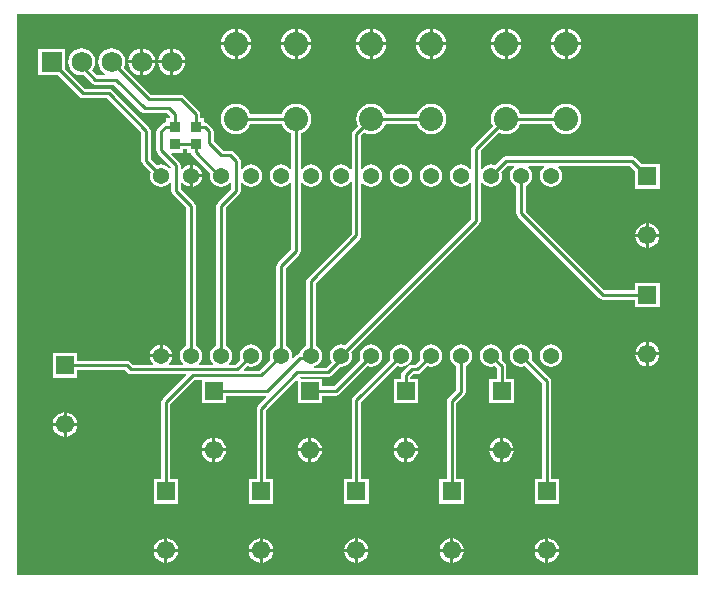
<source format=gtl>
G04*
G04 #@! TF.GenerationSoftware,Altium Limited,Altium Designer,23.6.0 (18)*
G04*
G04 Layer_Physical_Order=1*
G04 Layer_Color=255*
%FSAX24Y24*%
%MOIN*%
G70*
G04*
G04 #@! TF.SameCoordinates,E551B0BA-23AD-4420-B302-DDD5F3B2D540*
G04*
G04*
G04 #@! TF.FilePolarity,Positive*
G04*
G01*
G75*
%ADD12C,0.0100*%
%ADD14R,0.0374X0.0374*%
%ADD23C,0.0691*%
%ADD24R,0.0691X0.0691*%
%ADD25C,0.0800*%
%ADD26C,0.3500*%
%ADD27C,0.0610*%
%ADD28R,0.0610X0.0610*%
%ADD29C,0.0540*%
%ADD30C,0.0320*%
G36*
X224554Y109700D02*
X201854D01*
Y128400D01*
X224554D01*
Y109700D01*
D02*
G37*
%LPC*%
G36*
X220204Y127898D02*
Y127450D01*
X220652D01*
X220642Y127531D01*
X220591Y127652D01*
X220511Y127757D01*
X220407Y127837D01*
X220285Y127887D01*
X220204Y127898D01*
D02*
G37*
G36*
X218204D02*
Y127450D01*
X218652D01*
X218642Y127531D01*
X218591Y127652D01*
X218511Y127757D01*
X218407Y127837D01*
X218285Y127887D01*
X218204Y127898D01*
D02*
G37*
G36*
X215704D02*
Y127450D01*
X216152D01*
X216142Y127531D01*
X216091Y127652D01*
X216011Y127757D01*
X215907Y127837D01*
X215785Y127887D01*
X215704Y127898D01*
D02*
G37*
G36*
X213704D02*
Y127450D01*
X214152D01*
X214142Y127531D01*
X214091Y127652D01*
X214011Y127757D01*
X213907Y127837D01*
X213785Y127887D01*
X213704Y127898D01*
D02*
G37*
G36*
X211204D02*
Y127450D01*
X211652D01*
X211642Y127531D01*
X211591Y127652D01*
X211511Y127757D01*
X211407Y127837D01*
X211285Y127887D01*
X211204Y127898D01*
D02*
G37*
G36*
X209204D02*
Y127450D01*
X209652D01*
X209642Y127531D01*
X209591Y127652D01*
X209511Y127757D01*
X209407Y127837D01*
X209285Y127887D01*
X209204Y127898D01*
D02*
G37*
G36*
X220104Y127898D02*
X220024Y127887D01*
X219902Y127837D01*
X219798Y127757D01*
X219718Y127652D01*
X219667Y127531D01*
X219657Y127450D01*
X220104D01*
Y127898D01*
D02*
G37*
G36*
X218104D02*
X218024Y127887D01*
X217902Y127837D01*
X217798Y127757D01*
X217718Y127652D01*
X217667Y127531D01*
X217657Y127450D01*
X218104D01*
Y127898D01*
D02*
G37*
G36*
X215604D02*
X215524Y127887D01*
X215402Y127837D01*
X215298Y127757D01*
X215218Y127652D01*
X215167Y127531D01*
X215157Y127450D01*
X215604D01*
Y127898D01*
D02*
G37*
G36*
X213604D02*
X213524Y127887D01*
X213402Y127837D01*
X213298Y127757D01*
X213218Y127652D01*
X213167Y127531D01*
X213157Y127450D01*
X213604D01*
Y127898D01*
D02*
G37*
G36*
X211104D02*
X211024Y127887D01*
X210902Y127837D01*
X210798Y127757D01*
X210718Y127652D01*
X210667Y127531D01*
X210657Y127450D01*
X211104D01*
Y127898D01*
D02*
G37*
G36*
X209104D02*
X209024Y127887D01*
X208902Y127837D01*
X208798Y127757D01*
X208718Y127652D01*
X208667Y127531D01*
X208657Y127450D01*
X209104D01*
Y127898D01*
D02*
G37*
G36*
X220104Y127350D02*
X219657D01*
X219667Y127269D01*
X219718Y127148D01*
X219798Y127043D01*
X219902Y126963D01*
X220024Y126913D01*
X220104Y126902D01*
Y127350D01*
D02*
G37*
G36*
X218104D02*
X217657D01*
X217667Y127269D01*
X217718Y127148D01*
X217798Y127043D01*
X217902Y126963D01*
X218024Y126913D01*
X218104Y126902D01*
Y127350D01*
D02*
G37*
G36*
X215604D02*
X215157D01*
X215167Y127269D01*
X215218Y127148D01*
X215298Y127043D01*
X215402Y126963D01*
X215524Y126913D01*
X215604Y126902D01*
Y127350D01*
D02*
G37*
G36*
X213604D02*
X213157D01*
X213167Y127269D01*
X213218Y127148D01*
X213298Y127043D01*
X213402Y126963D01*
X213524Y126913D01*
X213604Y126902D01*
Y127350D01*
D02*
G37*
G36*
X211104D02*
X210657D01*
X210667Y127269D01*
X210718Y127148D01*
X210798Y127043D01*
X210902Y126963D01*
X211024Y126913D01*
X211104Y126902D01*
Y127350D01*
D02*
G37*
G36*
X209104D02*
X208657D01*
X208667Y127269D01*
X208718Y127148D01*
X208798Y127043D01*
X208902Y126963D01*
X209024Y126913D01*
X209104Y126902D01*
Y127350D01*
D02*
G37*
G36*
X220652D02*
X220204D01*
Y126902D01*
X220285Y126913D01*
X220407Y126963D01*
X220511Y127043D01*
X220591Y127148D01*
X220642Y127269D01*
X220652Y127350D01*
D02*
G37*
G36*
X218652D02*
X218204D01*
Y126902D01*
X218285Y126913D01*
X218407Y126963D01*
X218511Y127043D01*
X218591Y127148D01*
X218642Y127269D01*
X218652Y127350D01*
D02*
G37*
G36*
X216152D02*
X215704D01*
Y126902D01*
X215785Y126913D01*
X215907Y126963D01*
X216011Y127043D01*
X216091Y127148D01*
X216142Y127269D01*
X216152Y127350D01*
D02*
G37*
G36*
X214152D02*
X213704D01*
Y126902D01*
X213785Y126913D01*
X213907Y126963D01*
X214011Y127043D01*
X214091Y127148D01*
X214142Y127269D01*
X214152Y127350D01*
D02*
G37*
G36*
X211652D02*
X211204D01*
Y126902D01*
X211285Y126913D01*
X211407Y126963D01*
X211511Y127043D01*
X211591Y127148D01*
X211642Y127269D01*
X211652Y127350D01*
D02*
G37*
G36*
X209652D02*
X209204D01*
Y126902D01*
X209285Y126913D01*
X209407Y126963D01*
X209511Y127043D01*
X209591Y127148D01*
X209642Y127269D01*
X209652Y127350D01*
D02*
G37*
G36*
X207054Y127243D02*
Y126850D01*
X207447D01*
X207438Y126916D01*
X207394Y127025D01*
X207322Y127118D01*
X207229Y127189D01*
X207121Y127234D01*
X207054Y127243D01*
D02*
G37*
G36*
X206054Y127243D02*
Y126850D01*
X206447D01*
X206438Y126916D01*
X206394Y127025D01*
X206322Y127118D01*
X206229Y127189D01*
X206121Y127234D01*
X206054Y127243D01*
D02*
G37*
G36*
X205954Y127243D02*
X205888Y127234D01*
X205780Y127189D01*
X205687Y127118D01*
X205615Y127025D01*
X205570Y126916D01*
X205562Y126850D01*
X205954D01*
Y127243D01*
D02*
G37*
G36*
X206954D02*
X206888Y127234D01*
X206780Y127189D01*
X206687Y127118D01*
X206615Y127025D01*
X206570Y126916D01*
X206562Y126850D01*
X206954D01*
Y127243D01*
D02*
G37*
G36*
X205954Y126750D02*
X205562D01*
X205570Y126684D01*
X205615Y126575D01*
X205687Y126482D01*
X205780Y126411D01*
X205888Y126366D01*
X205954Y126357D01*
Y126750D01*
D02*
G37*
G36*
X206954D02*
X206562D01*
X206570Y126684D01*
X206615Y126575D01*
X206687Y126482D01*
X206780Y126411D01*
X206888Y126366D01*
X206954Y126357D01*
Y126750D01*
D02*
G37*
G36*
X207447D02*
X207054D01*
Y126357D01*
X207121Y126366D01*
X207229Y126411D01*
X207322Y126482D01*
X207394Y126575D01*
X207438Y126684D01*
X207447Y126750D01*
D02*
G37*
G36*
X206447D02*
X206054D01*
Y126357D01*
X206121Y126366D01*
X206229Y126411D01*
X206322Y126482D01*
X206394Y126575D01*
X206438Y126684D01*
X206447Y126750D01*
D02*
G37*
G36*
X205004Y127249D02*
X204888Y127234D01*
X204780Y127189D01*
X204687Y127118D01*
X204615Y127025D01*
X204570Y126916D01*
X204555Y126800D01*
X204570Y126684D01*
X204615Y126575D01*
X204687Y126482D01*
X204780Y126411D01*
X204799Y126403D01*
X204789Y126353D01*
X204518D01*
X204351Y126520D01*
X204394Y126575D01*
X204438Y126684D01*
X204454Y126800D01*
X204438Y126916D01*
X204394Y127025D01*
X204322Y127118D01*
X204229Y127189D01*
X204121Y127234D01*
X204004Y127249D01*
X203888Y127234D01*
X203780Y127189D01*
X203687Y127118D01*
X203615Y127025D01*
X203570Y126916D01*
X203555Y126800D01*
X203570Y126684D01*
X203615Y126575D01*
X203687Y126482D01*
X203780Y126411D01*
X203888Y126366D01*
X204004Y126351D01*
X204078Y126360D01*
X204346Y126092D01*
X204396Y126059D01*
X204454Y126047D01*
X205091D01*
X205996Y125142D01*
X206046Y125109D01*
X206104Y125097D01*
X206841D01*
X206951Y124987D01*
Y124922D01*
X206817D01*
Y124788D01*
X206804D01*
X206746Y124777D01*
X206696Y124744D01*
X206546Y124594D01*
X206513Y124544D01*
X206501Y124485D01*
Y123850D01*
X206513Y123791D01*
X206546Y123742D01*
X206994Y123294D01*
X206990Y123263D01*
X206937Y123249D01*
X206918Y123274D01*
X206841Y123333D01*
X206751Y123370D01*
X206654Y123383D01*
X206558Y123370D01*
X206524Y123357D01*
X206307Y123573D01*
Y124500D01*
X206296Y124559D01*
X206263Y124608D01*
X205013Y125858D01*
X204963Y125891D01*
X204904Y125903D01*
X204118D01*
X203450Y126571D01*
Y127245D01*
X202559D01*
Y126355D01*
X203234D01*
X203946Y125642D01*
X203996Y125609D01*
X204054Y125597D01*
X204841D01*
X206001Y124437D01*
Y123510D01*
X206013Y123451D01*
X206046Y123402D01*
X206308Y123140D01*
X206294Y123107D01*
X206281Y123010D01*
X206294Y122913D01*
X206331Y122823D01*
X206391Y122746D01*
X206468Y122687D01*
X206558Y122650D01*
X206654Y122637D01*
X206751Y122650D01*
X206841Y122687D01*
X206918Y122746D01*
X206951Y122789D01*
X207001Y122772D01*
Y122500D01*
X207013Y122441D01*
X207046Y122392D01*
X207501Y121937D01*
Y117347D01*
X207468Y117333D01*
X207391Y117274D01*
X207331Y117197D01*
X207294Y117107D01*
X207281Y117010D01*
X207294Y116913D01*
X207331Y116823D01*
X207385Y116753D01*
X207373Y116703D01*
X206936D01*
X206924Y116753D01*
X206978Y116823D01*
X207015Y116913D01*
X207021Y116960D01*
X206288D01*
X206294Y116913D01*
X206331Y116823D01*
X206385Y116753D01*
X206373Y116703D01*
X205718D01*
X205628Y116792D01*
X205579Y116826D01*
X205520Y116837D01*
X203860D01*
Y117089D01*
X203049D01*
Y116279D01*
X203860D01*
Y116531D01*
X205457D01*
X205546Y116442D01*
X205596Y116409D01*
X205654Y116397D01*
X207470D01*
X207489Y116351D01*
X206707Y115569D01*
X206674Y115519D01*
X206662Y115461D01*
Y112889D01*
X206410D01*
Y112079D01*
X207220D01*
Y112889D01*
X206968D01*
Y115397D01*
X207768Y116197D01*
X208010D01*
Y115429D01*
X208820D01*
Y115681D01*
X210145D01*
X210166Y115631D01*
X209882Y115347D01*
X209849Y115298D01*
X209837Y115239D01*
Y112889D01*
X209585D01*
Y112079D01*
X210395D01*
Y112889D01*
X210143D01*
Y115176D01*
X211160Y116193D01*
X211206Y116174D01*
Y115429D01*
X212017D01*
Y115681D01*
X212479D01*
X212537Y115693D01*
X212587Y115726D01*
X213524Y116663D01*
X213558Y116650D01*
X213654Y116637D01*
X213751Y116650D01*
X213841Y116687D01*
X213918Y116746D01*
X213978Y116823D01*
X214015Y116913D01*
X214028Y117010D01*
X214015Y117107D01*
X213978Y117197D01*
X213918Y117274D01*
X213841Y117333D01*
X213751Y117370D01*
X213654Y117383D01*
X213558Y117370D01*
X213468Y117333D01*
X213391Y117274D01*
X213331Y117197D01*
X213294Y117107D01*
X213281Y117010D01*
X213294Y116913D01*
X213308Y116880D01*
X212415Y115987D01*
X212017D01*
Y116239D01*
X211324D01*
X211297Y116289D01*
X211302Y116297D01*
X212204D01*
X212263Y116309D01*
X212313Y116342D01*
X212613Y116642D01*
X212654Y116637D01*
X212751Y116650D01*
X212841Y116687D01*
X212918Y116746D01*
X212978Y116823D01*
X213015Y116913D01*
X213028Y117010D01*
X213015Y117107D01*
X213001Y117140D01*
X217263Y121402D01*
X217296Y121451D01*
X217307Y121510D01*
Y122772D01*
X217357Y122789D01*
X217391Y122746D01*
X217468Y122687D01*
X217558Y122650D01*
X217654Y122637D01*
X217751Y122650D01*
X217841Y122687D01*
X217918Y122746D01*
X217978Y122823D01*
X218015Y122913D01*
X218028Y123010D01*
X218015Y123107D01*
X218001Y123140D01*
X218208Y123347D01*
X218404D01*
X218421Y123297D01*
X218391Y123274D01*
X218331Y123197D01*
X218294Y123107D01*
X218281Y123010D01*
X218294Y122913D01*
X218331Y122823D01*
X218391Y122746D01*
X218468Y122687D01*
X218501Y122673D01*
Y121750D01*
X218513Y121691D01*
X218546Y121642D01*
X221262Y118926D01*
X221312Y118893D01*
X221370Y118881D01*
X222460D01*
Y118629D01*
X223270D01*
Y119439D01*
X222460D01*
Y119187D01*
X221434D01*
X218807Y121813D01*
Y122673D01*
X218841Y122687D01*
X218918Y122746D01*
X218978Y122823D01*
X219015Y122913D01*
X219028Y123010D01*
X219015Y123107D01*
X218978Y123197D01*
X218918Y123274D01*
X218888Y123297D01*
X218905Y123347D01*
X219404D01*
X219421Y123297D01*
X219391Y123274D01*
X219331Y123197D01*
X219294Y123107D01*
X219281Y123010D01*
X219294Y122913D01*
X219331Y122823D01*
X219391Y122746D01*
X219468Y122687D01*
X219558Y122650D01*
X219654Y122637D01*
X219751Y122650D01*
X219841Y122687D01*
X219918Y122746D01*
X219978Y122823D01*
X220015Y122913D01*
X220028Y123010D01*
X220015Y123107D01*
X219978Y123197D01*
X219918Y123274D01*
X219888Y123297D01*
X219905Y123347D01*
X222286D01*
X222460Y123173D01*
Y122579D01*
X223270D01*
Y123389D01*
X222676D01*
X222457Y123608D01*
X222408Y123641D01*
X222349Y123653D01*
X218144D01*
X218086Y123641D01*
X218036Y123608D01*
X217785Y123357D01*
X217751Y123370D01*
X217654Y123383D01*
X217558Y123370D01*
X217468Y123333D01*
X217391Y123274D01*
X217357Y123231D01*
X217307Y123248D01*
Y123837D01*
X217925Y124454D01*
X218024Y124413D01*
X218154Y124396D01*
X218285Y124413D01*
X218407Y124463D01*
X218511Y124543D01*
X218591Y124648D01*
X218632Y124747D01*
X219677D01*
X219718Y124648D01*
X219798Y124543D01*
X219902Y124463D01*
X220024Y124413D01*
X220154Y124396D01*
X220285Y124413D01*
X220407Y124463D01*
X220511Y124543D01*
X220591Y124648D01*
X220642Y124769D01*
X220659Y124900D01*
X220642Y125031D01*
X220591Y125152D01*
X220511Y125257D01*
X220407Y125337D01*
X220285Y125387D01*
X220154Y125404D01*
X220024Y125387D01*
X219902Y125337D01*
X219798Y125257D01*
X219718Y125152D01*
X219677Y125053D01*
X218632D01*
X218591Y125152D01*
X218511Y125257D01*
X218407Y125337D01*
X218285Y125387D01*
X218154Y125404D01*
X218024Y125387D01*
X217902Y125337D01*
X217798Y125257D01*
X217718Y125152D01*
X217667Y125031D01*
X217650Y124900D01*
X217667Y124769D01*
X217708Y124670D01*
X217046Y124008D01*
X217013Y123959D01*
X217001Y123900D01*
Y123248D01*
X216951Y123231D01*
X216918Y123274D01*
X216841Y123333D01*
X216751Y123370D01*
X216654Y123383D01*
X216558Y123370D01*
X216468Y123333D01*
X216391Y123274D01*
X216331Y123197D01*
X216294Y123107D01*
X216281Y123010D01*
X216294Y122913D01*
X216331Y122823D01*
X216391Y122746D01*
X216468Y122687D01*
X216558Y122650D01*
X216654Y122637D01*
X216751Y122650D01*
X216841Y122687D01*
X216918Y122746D01*
X216951Y122789D01*
X217001Y122772D01*
Y121573D01*
X212785Y117357D01*
X212751Y117370D01*
X212654Y117383D01*
X212558Y117370D01*
X212468Y117333D01*
X212391Y117274D01*
X212331Y117197D01*
X212294Y117107D01*
X212281Y117010D01*
X212294Y116913D01*
X212331Y116823D01*
X212344Y116806D01*
X212141Y116603D01*
X211763D01*
X211751Y116650D01*
X211841Y116687D01*
X211918Y116746D01*
X211978Y116823D01*
X212015Y116913D01*
X212028Y117010D01*
X212015Y117107D01*
X211978Y117197D01*
X211918Y117274D01*
X211841Y117333D01*
X211807Y117347D01*
Y119442D01*
X213273Y120908D01*
X213306Y120957D01*
X213318Y121016D01*
Y122759D01*
X213368Y122775D01*
X213391Y122746D01*
X213468Y122687D01*
X213558Y122650D01*
X213654Y122637D01*
X213751Y122650D01*
X213841Y122687D01*
X213918Y122746D01*
X213978Y122823D01*
X214015Y122913D01*
X214028Y123010D01*
X214015Y123107D01*
X213978Y123197D01*
X213918Y123274D01*
X213841Y123333D01*
X213751Y123370D01*
X213654Y123383D01*
X213558Y123370D01*
X213468Y123333D01*
X213391Y123274D01*
X213368Y123245D01*
X213318Y123261D01*
Y124337D01*
X213435Y124454D01*
X213535Y124413D01*
X213665Y124396D01*
X213796Y124413D01*
X213917Y124463D01*
X214022Y124543D01*
X214102Y124648D01*
X214143Y124747D01*
X215187D01*
X215228Y124648D01*
X215308Y124543D01*
X215413Y124463D01*
X215535Y124413D01*
X215665Y124396D01*
X215796Y124413D01*
X215917Y124463D01*
X216022Y124543D01*
X216102Y124648D01*
X216152Y124769D01*
X216169Y124900D01*
X216152Y125031D01*
X216102Y125152D01*
X216022Y125257D01*
X215917Y125337D01*
X215796Y125387D01*
X215665Y125404D01*
X215535Y125387D01*
X215413Y125337D01*
X215308Y125257D01*
X215228Y125152D01*
X215187Y125053D01*
X214143D01*
X214102Y125152D01*
X214022Y125257D01*
X213917Y125337D01*
X213796Y125387D01*
X213665Y125404D01*
X213535Y125387D01*
X213413Y125337D01*
X213308Y125257D01*
X213228Y125152D01*
X213178Y125031D01*
X213161Y124900D01*
X213178Y124769D01*
X213219Y124670D01*
X213057Y124508D01*
X213024Y124459D01*
X213012Y124400D01*
Y123234D01*
X212962Y123217D01*
X212918Y123274D01*
X212841Y123333D01*
X212751Y123370D01*
X212654Y123383D01*
X212558Y123370D01*
X212468Y123333D01*
X212391Y123274D01*
X212331Y123197D01*
X212294Y123107D01*
X212281Y123010D01*
X212294Y122913D01*
X212331Y122823D01*
X212391Y122746D01*
X212468Y122687D01*
X212558Y122650D01*
X212654Y122637D01*
X212751Y122650D01*
X212841Y122687D01*
X212918Y122746D01*
X212962Y122803D01*
X213012Y122786D01*
Y121079D01*
X211546Y119613D01*
X211513Y119564D01*
X211501Y119505D01*
Y117347D01*
X211468Y117333D01*
X211391Y117274D01*
X211331Y117197D01*
X211294Y117107D01*
X211291Y117086D01*
X211287D01*
X211229Y117074D01*
X211179Y117041D01*
X211067Y116929D01*
X211020Y116953D01*
X211028Y117010D01*
X211015Y117107D01*
X210978Y117197D01*
X210918Y117274D01*
X210841Y117333D01*
X210807Y117347D01*
Y119926D01*
X211263Y120381D01*
X211296Y120431D01*
X211307Y120490D01*
Y122772D01*
X211357Y122789D01*
X211391Y122746D01*
X211468Y122687D01*
X211558Y122650D01*
X211654Y122637D01*
X211751Y122650D01*
X211841Y122687D01*
X211918Y122746D01*
X211978Y122823D01*
X212015Y122913D01*
X212028Y123010D01*
X212015Y123107D01*
X211978Y123197D01*
X211918Y123274D01*
X211841Y123333D01*
X211751Y123370D01*
X211654Y123383D01*
X211558Y123370D01*
X211468Y123333D01*
X211391Y123274D01*
X211357Y123231D01*
X211307Y123248D01*
Y124422D01*
X211407Y124463D01*
X211511Y124543D01*
X211591Y124648D01*
X211642Y124769D01*
X211659Y124900D01*
X211642Y125031D01*
X211591Y125152D01*
X211511Y125257D01*
X211407Y125337D01*
X211285Y125387D01*
X211154Y125404D01*
X211024Y125387D01*
X210902Y125337D01*
X210798Y125257D01*
X210718Y125152D01*
X210677Y125053D01*
X209632D01*
X209591Y125152D01*
X209511Y125257D01*
X209407Y125337D01*
X209285Y125387D01*
X209154Y125404D01*
X209024Y125387D01*
X208902Y125337D01*
X208798Y125257D01*
X208718Y125152D01*
X208667Y125031D01*
X208650Y124900D01*
X208667Y124769D01*
X208718Y124648D01*
X208798Y124543D01*
X208902Y124463D01*
X209024Y124413D01*
X209154Y124396D01*
X209285Y124413D01*
X209407Y124463D01*
X209511Y124543D01*
X209591Y124648D01*
X209632Y124747D01*
X210677D01*
X210718Y124648D01*
X210798Y124543D01*
X210902Y124463D01*
X211001Y124422D01*
Y123248D01*
X210951Y123231D01*
X210918Y123274D01*
X210841Y123333D01*
X210751Y123370D01*
X210654Y123383D01*
X210558Y123370D01*
X210468Y123333D01*
X210391Y123274D01*
X210331Y123197D01*
X210294Y123107D01*
X210281Y123010D01*
X210294Y122913D01*
X210331Y122823D01*
X210391Y122746D01*
X210468Y122687D01*
X210558Y122650D01*
X210654Y122637D01*
X210751Y122650D01*
X210841Y122687D01*
X210918Y122746D01*
X210951Y122789D01*
X211001Y122772D01*
Y120553D01*
X210546Y120098D01*
X210513Y120048D01*
X210501Y119990D01*
Y117347D01*
X210468Y117333D01*
X210391Y117274D01*
X210331Y117197D01*
X210294Y117107D01*
X210281Y117010D01*
X210294Y116913D01*
X210308Y116880D01*
X209931Y116503D01*
X209429D01*
X209410Y116549D01*
X209524Y116663D01*
X209558Y116650D01*
X209654Y116637D01*
X209751Y116650D01*
X209841Y116687D01*
X209918Y116746D01*
X209978Y116823D01*
X210015Y116913D01*
X210028Y117010D01*
X210015Y117107D01*
X209978Y117197D01*
X209918Y117274D01*
X209841Y117333D01*
X209751Y117370D01*
X209654Y117383D01*
X209558Y117370D01*
X209468Y117333D01*
X209391Y117274D01*
X209331Y117197D01*
X209294Y117107D01*
X209281Y117010D01*
X209294Y116913D01*
X209308Y116880D01*
X209131Y116703D01*
X208936D01*
X208924Y116753D01*
X208978Y116823D01*
X209015Y116913D01*
X209028Y117010D01*
X209015Y117107D01*
X208978Y117197D01*
X208918Y117274D01*
X208841Y117333D01*
X208807Y117347D01*
Y121937D01*
X209263Y122392D01*
X209296Y122441D01*
X209307Y122500D01*
Y122772D01*
X209357Y122789D01*
X209391Y122746D01*
X209468Y122687D01*
X209558Y122650D01*
X209654Y122637D01*
X209751Y122650D01*
X209841Y122687D01*
X209918Y122746D01*
X209978Y122823D01*
X210015Y122913D01*
X210028Y123010D01*
X210015Y123107D01*
X209978Y123197D01*
X209918Y123274D01*
X209841Y123333D01*
X209751Y123370D01*
X209654Y123383D01*
X209558Y123370D01*
X209468Y123333D01*
X209391Y123274D01*
X209357Y123231D01*
X209307Y123248D01*
Y123500D01*
X209296Y123559D01*
X209263Y123608D01*
X209077Y123794D01*
X209028Y123827D01*
X208969Y123838D01*
X208718D01*
X208407Y124149D01*
Y124485D01*
X208396Y124544D01*
X208363Y124594D01*
X208213Y124744D01*
X208163Y124777D01*
X208104Y124788D01*
X208091D01*
Y124922D01*
X207957D01*
Y125050D01*
X207946Y125109D01*
X207913Y125158D01*
X207413Y125658D01*
X207363Y125691D01*
X207304Y125703D01*
X206318D01*
X205409Y126612D01*
X205438Y126684D01*
X205454Y126800D01*
X205438Y126916D01*
X205394Y127025D01*
X205322Y127118D01*
X205229Y127189D01*
X205121Y127234D01*
X205004Y127249D01*
D02*
G37*
G36*
X215654Y123383D02*
X215558Y123370D01*
X215468Y123333D01*
X215391Y123274D01*
X215331Y123197D01*
X215294Y123107D01*
X215281Y123010D01*
X215294Y122913D01*
X215331Y122823D01*
X215391Y122746D01*
X215468Y122687D01*
X215558Y122650D01*
X215654Y122637D01*
X215751Y122650D01*
X215841Y122687D01*
X215918Y122746D01*
X215978Y122823D01*
X216015Y122913D01*
X216028Y123010D01*
X216015Y123107D01*
X215978Y123197D01*
X215918Y123274D01*
X215841Y123333D01*
X215751Y123370D01*
X215654Y123383D01*
D02*
G37*
G36*
X214654D02*
X214558Y123370D01*
X214468Y123333D01*
X214391Y123274D01*
X214331Y123197D01*
X214294Y123107D01*
X214281Y123010D01*
X214294Y122913D01*
X214331Y122823D01*
X214391Y122746D01*
X214468Y122687D01*
X214558Y122650D01*
X214654Y122637D01*
X214751Y122650D01*
X214841Y122687D01*
X214918Y122746D01*
X214978Y122823D01*
X215015Y122913D01*
X215028Y123010D01*
X215015Y123107D01*
X214978Y123197D01*
X214918Y123274D01*
X214841Y123333D01*
X214751Y123370D01*
X214654Y123383D01*
D02*
G37*
G36*
X222915Y121418D02*
Y121066D01*
X223267D01*
X223260Y121122D01*
X223219Y121220D01*
X223154Y121305D01*
X223069Y121370D01*
X222971Y121410D01*
X222915Y121418D01*
D02*
G37*
G36*
X222815Y121418D02*
X222759Y121410D01*
X222661Y121370D01*
X222576Y121305D01*
X222511Y121220D01*
X222470Y121122D01*
X222463Y121066D01*
X222815D01*
Y121418D01*
D02*
G37*
G36*
X223267Y120966D02*
X222915D01*
Y120614D01*
X222971Y120621D01*
X223069Y120662D01*
X223154Y120727D01*
X223219Y120811D01*
X223260Y120910D01*
X223267Y120966D01*
D02*
G37*
G36*
X222815D02*
X222463D01*
X222470Y120910D01*
X222511Y120811D01*
X222576Y120727D01*
X222661Y120662D01*
X222759Y120621D01*
X222815Y120614D01*
Y120966D01*
D02*
G37*
G36*
X222915Y117468D02*
Y117116D01*
X223267D01*
X223260Y117171D01*
X223219Y117270D01*
X223154Y117355D01*
X223069Y117420D01*
X222971Y117460D01*
X222915Y117468D01*
D02*
G37*
G36*
X222815Y117468D02*
X222759Y117460D01*
X222661Y117420D01*
X222576Y117355D01*
X222511Y117270D01*
X222470Y117171D01*
X222463Y117116D01*
X222815D01*
Y117468D01*
D02*
G37*
G36*
X206704Y117377D02*
Y117060D01*
X207021D01*
X207015Y117107D01*
X206978Y117197D01*
X206918Y117274D01*
X206841Y117333D01*
X206751Y117370D01*
X206704Y117377D01*
D02*
G37*
G36*
X206604D02*
X206558Y117370D01*
X206468Y117333D01*
X206391Y117274D01*
X206331Y117197D01*
X206294Y117107D01*
X206288Y117060D01*
X206604D01*
Y117377D01*
D02*
G37*
G36*
X223267Y117016D02*
X222915D01*
Y116664D01*
X222971Y116671D01*
X223069Y116712D01*
X223154Y116777D01*
X223219Y116861D01*
X223260Y116960D01*
X223267Y117016D01*
D02*
G37*
G36*
X222815D02*
X222463D01*
X222470Y116960D01*
X222511Y116861D01*
X222576Y116777D01*
X222661Y116712D01*
X222759Y116671D01*
X222815Y116664D01*
Y117016D01*
D02*
G37*
G36*
X219654Y117383D02*
X219558Y117370D01*
X219468Y117333D01*
X219391Y117274D01*
X219331Y117197D01*
X219294Y117107D01*
X219281Y117010D01*
X219294Y116913D01*
X219331Y116823D01*
X219391Y116746D01*
X219468Y116687D01*
X219558Y116650D01*
X219654Y116637D01*
X219751Y116650D01*
X219841Y116687D01*
X219918Y116746D01*
X219978Y116823D01*
X220015Y116913D01*
X220028Y117010D01*
X220015Y117107D01*
X219978Y117197D01*
X219918Y117274D01*
X219841Y117333D01*
X219751Y117370D01*
X219654Y117383D01*
D02*
G37*
G36*
X215654D02*
X215558Y117370D01*
X215468Y117333D01*
X215391Y117274D01*
X215331Y117197D01*
X215294Y117107D01*
X215281Y117010D01*
X215294Y116913D01*
X215308Y116880D01*
X215131Y116703D01*
X215004D01*
X214946Y116691D01*
X214896Y116658D01*
X214700Y116462D01*
X214667Y116412D01*
X214655Y116354D01*
Y116239D01*
X214403D01*
Y115429D01*
X215213D01*
Y116239D01*
X214961D01*
Y116290D01*
X215068Y116397D01*
X215194D01*
X215253Y116409D01*
X215303Y116442D01*
X215524Y116663D01*
X215558Y116650D01*
X215654Y116637D01*
X215751Y116650D01*
X215841Y116687D01*
X215918Y116746D01*
X215978Y116823D01*
X216015Y116913D01*
X216028Y117010D01*
X216015Y117107D01*
X215978Y117197D01*
X215918Y117274D01*
X215841Y117333D01*
X215751Y117370D01*
X215654Y117383D01*
D02*
G37*
G36*
X214654D02*
X214558Y117370D01*
X214468Y117333D01*
X214391Y117274D01*
X214331Y117197D01*
X214294Y117107D01*
X214281Y117010D01*
X214294Y116913D01*
X214308Y116880D01*
X213057Y115629D01*
X213024Y115579D01*
X213012Y115521D01*
Y112889D01*
X212760D01*
Y112079D01*
X213570D01*
Y112889D01*
X213318D01*
Y115457D01*
X214524Y116663D01*
X214558Y116650D01*
X214654Y116637D01*
X214751Y116650D01*
X214841Y116687D01*
X214918Y116746D01*
X214978Y116823D01*
X215015Y116913D01*
X215028Y117010D01*
X215015Y117107D01*
X214978Y117197D01*
X214918Y117274D01*
X214841Y117333D01*
X214751Y117370D01*
X214654Y117383D01*
D02*
G37*
G36*
X217654D02*
X217558Y117370D01*
X217468Y117333D01*
X217391Y117274D01*
X217331Y117197D01*
X217294Y117107D01*
X217281Y117010D01*
X217294Y116913D01*
X217331Y116823D01*
X217391Y116746D01*
X217468Y116687D01*
X217558Y116650D01*
X217654Y116637D01*
X217751Y116650D01*
X217785Y116663D01*
X217851Y116597D01*
Y116239D01*
X217599D01*
Y115429D01*
X218410D01*
Y116239D01*
X218157D01*
Y116660D01*
X218146Y116719D01*
X218113Y116768D01*
X218001Y116880D01*
X218015Y116913D01*
X218028Y117010D01*
X218015Y117107D01*
X217978Y117197D01*
X217918Y117274D01*
X217841Y117333D01*
X217751Y117370D01*
X217654Y117383D01*
D02*
G37*
G36*
X203504Y115118D02*
Y114766D01*
X203856D01*
X203849Y114822D01*
X203808Y114920D01*
X203743Y115005D01*
X203659Y115070D01*
X203560Y115110D01*
X203504Y115118D01*
D02*
G37*
G36*
X203404Y115118D02*
X203349Y115110D01*
X203250Y115070D01*
X203165Y115005D01*
X203101Y114920D01*
X203060Y114822D01*
X203052Y114766D01*
X203404D01*
Y115118D01*
D02*
G37*
G36*
Y114666D02*
X203052D01*
X203060Y114610D01*
X203101Y114511D01*
X203165Y114427D01*
X203250Y114362D01*
X203349Y114321D01*
X203404Y114314D01*
Y114666D01*
D02*
G37*
G36*
X203856D02*
X203504D01*
Y114314D01*
X203560Y114321D01*
X203659Y114362D01*
X203743Y114427D01*
X203808Y114511D01*
X203849Y114610D01*
X203856Y114666D01*
D02*
G37*
G36*
X214858Y114268D02*
Y113916D01*
X215210D01*
X215203Y113972D01*
X215162Y114070D01*
X215097Y114155D01*
X215012Y114220D01*
X214914Y114260D01*
X214858Y114268D01*
D02*
G37*
G36*
X208465D02*
Y113916D01*
X208817D01*
X208810Y113972D01*
X208769Y114070D01*
X208704Y114155D01*
X208619Y114220D01*
X208521Y114260D01*
X208465Y114268D01*
D02*
G37*
G36*
X214758Y114268D02*
X214702Y114260D01*
X214604Y114220D01*
X214519Y114155D01*
X214454Y114070D01*
X214413Y113972D01*
X214406Y113916D01*
X214758D01*
Y114268D01*
D02*
G37*
G36*
X208365D02*
X208309Y114260D01*
X208211Y114220D01*
X208126Y114155D01*
X208061Y114070D01*
X208020Y113972D01*
X208013Y113916D01*
X208365D01*
Y114268D01*
D02*
G37*
G36*
X218054D02*
Y113916D01*
X218406D01*
X218399Y113972D01*
X218358Y114070D01*
X218293Y114155D01*
X218209Y114220D01*
X218110Y114260D01*
X218054Y114268D01*
D02*
G37*
G36*
X211662D02*
Y113916D01*
X212014D01*
X212006Y113972D01*
X211965Y114070D01*
X211900Y114155D01*
X211816Y114220D01*
X211717Y114260D01*
X211662Y114268D01*
D02*
G37*
G36*
X217954Y114268D02*
X217899Y114260D01*
X217800Y114220D01*
X217715Y114155D01*
X217651Y114070D01*
X217610Y113972D01*
X217602Y113916D01*
X217954D01*
Y114268D01*
D02*
G37*
G36*
X211562D02*
X211506Y114260D01*
X211407Y114220D01*
X211323Y114155D01*
X211258Y114070D01*
X211217Y113972D01*
X211209Y113916D01*
X211562D01*
Y114268D01*
D02*
G37*
G36*
X215210Y113816D02*
X214858D01*
Y113464D01*
X214914Y113471D01*
X215012Y113512D01*
X215097Y113577D01*
X215162Y113661D01*
X215203Y113760D01*
X215210Y113816D01*
D02*
G37*
G36*
X208817D02*
X208465D01*
Y113464D01*
X208521Y113471D01*
X208619Y113512D01*
X208704Y113577D01*
X208769Y113661D01*
X208810Y113760D01*
X208817Y113816D01*
D02*
G37*
G36*
X217954Y113816D02*
X217602D01*
X217610Y113760D01*
X217651Y113661D01*
X217715Y113577D01*
X217800Y113512D01*
X217899Y113471D01*
X217954Y113464D01*
Y113816D01*
D02*
G37*
G36*
X211562D02*
X211209D01*
X211217Y113760D01*
X211258Y113661D01*
X211323Y113577D01*
X211407Y113512D01*
X211506Y113471D01*
X211562Y113464D01*
Y113816D01*
D02*
G37*
G36*
X218406D02*
X218054D01*
Y113464D01*
X218110Y113471D01*
X218209Y113512D01*
X218293Y113577D01*
X218358Y113661D01*
X218399Y113760D01*
X218406Y113816D01*
D02*
G37*
G36*
X212014D02*
X211662D01*
Y113464D01*
X211717Y113471D01*
X211816Y113512D01*
X211900Y113577D01*
X211965Y113661D01*
X212006Y113760D01*
X212014Y113816D01*
D02*
G37*
G36*
X214758Y113816D02*
X214406D01*
X214413Y113760D01*
X214454Y113661D01*
X214519Y113577D01*
X214604Y113512D01*
X214702Y113471D01*
X214758Y113464D01*
Y113816D01*
D02*
G37*
G36*
X208365D02*
X208013D01*
X208020Y113760D01*
X208061Y113661D01*
X208126Y113577D01*
X208211Y113512D01*
X208309Y113471D01*
X208365Y113464D01*
Y113816D01*
D02*
G37*
G36*
X218654Y117383D02*
X218558Y117370D01*
X218468Y117333D01*
X218391Y117274D01*
X218331Y117197D01*
X218294Y117107D01*
X218281Y117010D01*
X218294Y116913D01*
X218331Y116823D01*
X218391Y116746D01*
X218468Y116687D01*
X218558Y116650D01*
X218654Y116637D01*
X218751Y116650D01*
X218785Y116663D01*
X219362Y116086D01*
Y112889D01*
X219110D01*
Y112079D01*
X219920D01*
Y112889D01*
X219668D01*
Y116149D01*
X219656Y116208D01*
X219623Y116258D01*
X219001Y116880D01*
X219015Y116913D01*
X219028Y117010D01*
X219015Y117107D01*
X218978Y117197D01*
X218918Y117274D01*
X218841Y117333D01*
X218751Y117370D01*
X218654Y117383D01*
D02*
G37*
G36*
X216654D02*
X216558Y117370D01*
X216468Y117333D01*
X216391Y117274D01*
X216331Y117197D01*
X216294Y117107D01*
X216281Y117010D01*
X216294Y116913D01*
X216331Y116823D01*
X216391Y116746D01*
X216468Y116687D01*
X216501Y116673D01*
Y115863D01*
X216232Y115594D01*
X216199Y115544D01*
X216187Y115486D01*
Y112889D01*
X215935D01*
Y112079D01*
X216745D01*
Y112889D01*
X216493D01*
Y115422D01*
X216763Y115692D01*
X216796Y115741D01*
X216807Y115800D01*
Y116673D01*
X216841Y116687D01*
X216918Y116746D01*
X216978Y116823D01*
X217015Y116913D01*
X217028Y117010D01*
X217015Y117107D01*
X216978Y117197D01*
X216918Y117274D01*
X216841Y117333D01*
X216751Y117370D01*
X216654Y117383D01*
D02*
G37*
G36*
X219565Y110918D02*
Y110566D01*
X219917D01*
X219910Y110622D01*
X219869Y110720D01*
X219804Y110805D01*
X219719Y110870D01*
X219621Y110910D01*
X219565Y110918D01*
D02*
G37*
G36*
X213215D02*
Y110566D01*
X213567D01*
X213560Y110622D01*
X213519Y110720D01*
X213454Y110805D01*
X213369Y110870D01*
X213271Y110910D01*
X213215Y110918D01*
D02*
G37*
G36*
X206865D02*
Y110566D01*
X207217D01*
X207210Y110622D01*
X207169Y110720D01*
X207104Y110805D01*
X207019Y110870D01*
X206921Y110910D01*
X206865Y110918D01*
D02*
G37*
G36*
X219465Y110918D02*
X219409Y110910D01*
X219311Y110870D01*
X219226Y110805D01*
X219161Y110720D01*
X219120Y110622D01*
X219113Y110566D01*
X219465D01*
Y110918D01*
D02*
G37*
G36*
X213115D02*
X213059Y110910D01*
X212961Y110870D01*
X212876Y110805D01*
X212811Y110720D01*
X212770Y110622D01*
X212763Y110566D01*
X213115D01*
Y110918D01*
D02*
G37*
G36*
X206765D02*
X206709Y110910D01*
X206611Y110870D01*
X206526Y110805D01*
X206461Y110720D01*
X206420Y110622D01*
X206413Y110566D01*
X206765D01*
Y110918D01*
D02*
G37*
G36*
X216390D02*
Y110566D01*
X216742D01*
X216735Y110622D01*
X216694Y110720D01*
X216629Y110805D01*
X216544Y110870D01*
X216446Y110910D01*
X216390Y110918D01*
D02*
G37*
G36*
X210040D02*
Y110566D01*
X210392D01*
X210385Y110622D01*
X210344Y110720D01*
X210279Y110805D01*
X210194Y110870D01*
X210096Y110910D01*
X210040Y110918D01*
D02*
G37*
G36*
X216290Y110918D02*
X216234Y110910D01*
X216136Y110870D01*
X216051Y110805D01*
X215986Y110720D01*
X215945Y110622D01*
X215938Y110566D01*
X216290D01*
Y110918D01*
D02*
G37*
G36*
X209940D02*
X209884Y110910D01*
X209786Y110870D01*
X209701Y110805D01*
X209636Y110720D01*
X209595Y110622D01*
X209588Y110566D01*
X209940D01*
Y110918D01*
D02*
G37*
G36*
X216290Y110466D02*
X215938D01*
X215945Y110410D01*
X215986Y110311D01*
X216051Y110227D01*
X216136Y110162D01*
X216234Y110121D01*
X216290Y110114D01*
Y110466D01*
D02*
G37*
G36*
X209940D02*
X209588D01*
X209595Y110410D01*
X209636Y110311D01*
X209701Y110227D01*
X209786Y110162D01*
X209884Y110121D01*
X209940Y110114D01*
Y110466D01*
D02*
G37*
G36*
X219917Y110466D02*
X219565D01*
Y110114D01*
X219621Y110121D01*
X219719Y110162D01*
X219804Y110227D01*
X219869Y110311D01*
X219910Y110410D01*
X219917Y110466D01*
D02*
G37*
G36*
X213567D02*
X213215D01*
Y110114D01*
X213271Y110121D01*
X213369Y110162D01*
X213454Y110227D01*
X213519Y110311D01*
X213560Y110410D01*
X213567Y110466D01*
D02*
G37*
G36*
X207217D02*
X206865D01*
Y110114D01*
X206921Y110121D01*
X207019Y110162D01*
X207104Y110227D01*
X207169Y110311D01*
X207210Y110410D01*
X207217Y110466D01*
D02*
G37*
G36*
X219465D02*
X219113D01*
X219120Y110410D01*
X219161Y110311D01*
X219226Y110227D01*
X219311Y110162D01*
X219409Y110121D01*
X219465Y110114D01*
Y110466D01*
D02*
G37*
G36*
X213115D02*
X212763D01*
X212770Y110410D01*
X212811Y110311D01*
X212876Y110227D01*
X212961Y110162D01*
X213059Y110121D01*
X213115Y110114D01*
Y110466D01*
D02*
G37*
G36*
X206765D02*
X206413D01*
X206420Y110410D01*
X206461Y110311D01*
X206526Y110227D01*
X206611Y110162D01*
X206709Y110121D01*
X206765Y110114D01*
Y110466D01*
D02*
G37*
G36*
X216742Y110466D02*
X216390D01*
Y110114D01*
X216446Y110121D01*
X216544Y110162D01*
X216629Y110227D01*
X216694Y110311D01*
X216735Y110410D01*
X216742Y110466D01*
D02*
G37*
G36*
X210392D02*
X210040D01*
Y110114D01*
X210096Y110121D01*
X210194Y110162D01*
X210279Y110227D01*
X210344Y110311D01*
X210385Y110410D01*
X210392Y110466D01*
D02*
G37*
%LPD*%
G36*
X207517Y123778D02*
X207653D01*
X207663Y123727D01*
X207696Y123677D01*
X208291Y123083D01*
X208281Y123010D01*
X208294Y122913D01*
X208331Y122823D01*
X208391Y122746D01*
X208468Y122687D01*
X208558Y122650D01*
X208654Y122637D01*
X208751Y122650D01*
X208841Y122687D01*
X208918Y122746D01*
X208951Y122789D01*
X209001Y122772D01*
Y122563D01*
X208546Y122108D01*
X208513Y122059D01*
X208501Y122000D01*
Y117347D01*
X208468Y117333D01*
X208391Y117274D01*
X208331Y117197D01*
X208294Y117107D01*
X208281Y117010D01*
X208294Y116913D01*
X208331Y116823D01*
X208385Y116753D01*
X208373Y116703D01*
X207936D01*
X207924Y116753D01*
X207978Y116823D01*
X208015Y116913D01*
X208028Y117010D01*
X208015Y117107D01*
X207978Y117197D01*
X207918Y117274D01*
X207841Y117333D01*
X207807Y117347D01*
Y122000D01*
X207796Y122059D01*
X207763Y122108D01*
X207307Y122563D01*
Y122772D01*
X207357Y122789D01*
X207391Y122746D01*
X207468Y122687D01*
X207558Y122650D01*
X207604Y122643D01*
Y123010D01*
Y123377D01*
X207558Y123370D01*
X207468Y123333D01*
X207391Y123274D01*
X207357Y123231D01*
X207307Y123248D01*
Y123350D01*
X207296Y123409D01*
X207263Y123458D01*
X206989Y123731D01*
X207008Y123778D01*
X207391D01*
Y123912D01*
X207517D01*
Y123778D01*
D02*
G37*
%LPC*%
G36*
X207704Y123377D02*
Y123060D01*
X208021D01*
X208015Y123107D01*
X207978Y123197D01*
X207918Y123274D01*
X207841Y123333D01*
X207751Y123370D01*
X207704Y123377D01*
D02*
G37*
G36*
X208021Y122960D02*
X207704D01*
Y122643D01*
X207751Y122650D01*
X207841Y122687D01*
X207918Y122746D01*
X207978Y122823D01*
X208015Y122913D01*
X208021Y122960D01*
D02*
G37*
%LPD*%
D12*
X207304Y125550D02*
X207804Y125050D01*
X205004Y126800D02*
X206254Y125550D01*
X207304D01*
X206104Y125250D02*
X206904D01*
X204454Y126200D02*
X205154D01*
X206104Y125250D01*
X204004Y126650D02*
X204454Y126200D01*
X219515Y112484D02*
Y116149D01*
X216340Y112484D02*
Y115486D01*
X213165Y112484D02*
Y115521D01*
X206815Y112484D02*
Y115461D01*
X209990Y112484D02*
Y115239D01*
X208415Y115834D02*
X210189D01*
X211287Y116933D01*
X211577D01*
X214808Y115834D02*
Y116354D01*
X215004Y116550D02*
X215194D01*
X214808Y116354D02*
X215004Y116550D01*
X215194D02*
X215654Y117010D01*
X209990Y115239D02*
X211201Y116450D01*
X212204D02*
X212654Y116900D01*
X211201Y116450D02*
X212204D01*
X211577Y116933D02*
X211654Y117010D01*
X209994Y116350D02*
X210654Y117010D01*
X206815Y115461D02*
X207704Y116350D01*
X209994D01*
X209194Y116550D02*
X209654Y117010D01*
X205654Y116550D02*
X209194D01*
X205520Y116684D02*
X205654Y116550D01*
X203454Y116684D02*
X205520D01*
X217154Y123900D02*
X218154Y124900D01*
X212654Y117010D02*
X217154Y121510D01*
Y123900D01*
X213165Y124400D02*
X213665Y124900D01*
X213165Y121016D02*
Y124400D01*
X211654Y117010D02*
Y119505D01*
X213165Y121016D01*
X211154Y120490D02*
Y124900D01*
X210654Y117010D02*
Y119990D01*
X211154Y120490D01*
X218154Y124900D02*
X220154D01*
X213665D02*
X215665D01*
X209154D02*
X211154D01*
X217654Y123010D02*
X218144Y123500D01*
X222349D02*
X222865Y122984D01*
X218144Y123500D02*
X222349D01*
X218654Y121750D02*
Y123010D01*
X221370Y119034D02*
X222865D01*
X218654Y121750D02*
X221370Y119034D01*
X218654Y117010D02*
X219515Y116149D01*
X218004Y115834D02*
Y116660D01*
X217654Y117010D02*
X218004Y116660D01*
X216654Y115800D02*
Y117010D01*
X216340Y115486D02*
X216654Y115800D01*
X213165Y115521D02*
X214654Y117010D01*
X211612Y115834D02*
X212479D01*
X213654Y117010D01*
X212654Y116900D02*
Y117010D01*
X204904Y125750D02*
X206154Y124500D01*
Y123510D02*
X206654Y123010D01*
X206154Y123510D02*
Y124500D01*
X203004Y126800D02*
X204054Y125750D01*
X204904D01*
X206654Y124485D02*
X206804Y124635D01*
X206654Y123850D02*
Y124485D01*
Y123850D02*
X207154Y123350D01*
X207104Y124065D02*
X207804D01*
X207154Y122500D02*
Y123350D01*
X206804Y124635D02*
X207104D01*
Y125050D01*
X206904Y125250D02*
X207104Y125050D01*
X207804Y123785D02*
Y124065D01*
X207804Y124635D02*
X208104D01*
X208254Y124485D01*
Y124085D02*
Y124485D01*
X207804Y124635D02*
Y125050D01*
X204004Y126650D02*
Y126800D01*
X208580Y123010D02*
X208654D01*
X207804Y123785D02*
X208580Y123010D01*
X208654Y117010D02*
Y122000D01*
X209154Y122500D02*
Y123500D01*
X208654Y122000D02*
X209154Y122500D01*
X208654Y123685D02*
X208969D01*
X209154Y123500D01*
X208254Y124085D02*
X208654Y123685D01*
X207654Y117010D02*
Y122000D01*
X207154Y122500D02*
X207654Y122000D01*
D14*
X207804Y124065D02*
D03*
X207804Y124635D02*
D03*
X207104Y124065D02*
D03*
Y124635D02*
D03*
D23*
X207004Y126800D02*
D03*
X206004D02*
D03*
X205004D02*
D03*
X204004D02*
D03*
D24*
X203004D02*
D03*
D25*
X211154Y127400D02*
D03*
X209154D02*
D03*
X215665Y124900D02*
D03*
X213665D02*
D03*
X215654Y127400D02*
D03*
X213654D02*
D03*
X211154Y124900D02*
D03*
X209154D02*
D03*
X220154Y127400D02*
D03*
X218154D02*
D03*
X220154Y124900D02*
D03*
X218154D02*
D03*
D26*
X203654Y123300D02*
D03*
X222754Y111500D02*
D03*
X203654D02*
D03*
X222754Y126600D02*
D03*
D27*
X222865Y121016D02*
D03*
Y117066D02*
D03*
X203454Y114716D02*
D03*
X219515Y110516D02*
D03*
X218004Y113866D02*
D03*
X216340Y110516D02*
D03*
X214808Y113866D02*
D03*
X213165Y110516D02*
D03*
X211612Y113866D02*
D03*
X209990Y110516D02*
D03*
X208415Y113866D02*
D03*
X206815Y110516D02*
D03*
D28*
X222865Y122984D02*
D03*
Y119034D02*
D03*
X203454Y116684D02*
D03*
X219515Y112484D02*
D03*
X218004Y115834D02*
D03*
X216340Y112484D02*
D03*
X214808Y115834D02*
D03*
X213165Y112484D02*
D03*
X211612Y115834D02*
D03*
X209990Y112484D02*
D03*
X208415Y115834D02*
D03*
X206815Y112484D02*
D03*
D29*
X206654Y117010D02*
D03*
X208654D02*
D03*
X210654D02*
D03*
X212654D02*
D03*
X207654D02*
D03*
X209654D02*
D03*
X211654D02*
D03*
X213654D02*
D03*
X219654D02*
D03*
X217654D02*
D03*
X215654D02*
D03*
X218654D02*
D03*
X216654D02*
D03*
X214654D02*
D03*
X219654Y123010D02*
D03*
X214654D02*
D03*
X216654D02*
D03*
X218654D02*
D03*
X215654D02*
D03*
X217654D02*
D03*
X213654D02*
D03*
X211654D02*
D03*
X209654D02*
D03*
X207654D02*
D03*
X212654D02*
D03*
X210654D02*
D03*
X208654D02*
D03*
X206654D02*
D03*
D30*
X210145Y121250D02*
D03*
X208104D02*
D03*
X211104Y118000D02*
D03*
X215068Y121250D02*
D03*
X217899D02*
D03*
X217954Y112750D02*
D03*
X214804D02*
D03*
X211604D02*
D03*
X208426D02*
D03*
X205718Y114716D02*
D03*
X219154Y123900D02*
D03*
X214654D02*
D03*
X210145Y123912D02*
D03*
X217015Y126150D02*
D03*
X212391D02*
D03*
X220854Y122000D02*
D03*
X221434Y115486D02*
D03*
X204687Y120000D02*
D03*
X214597Y128200D02*
D03*
X211412D02*
D03*
X208176D02*
D03*
X204640D02*
D03*
X217783D02*
D03*
X220969D02*
D03*
X221169Y109900D02*
D03*
X217983D02*
D03*
X205240D02*
D03*
X208426D02*
D03*
X211612D02*
D03*
X214797D02*
D03*
X224354Y124540D02*
D03*
Y120880D02*
D03*
Y117220D02*
D03*
Y113560D02*
D03*
X202054D02*
D03*
Y117220D02*
D03*
Y120880D02*
D03*
Y124540D02*
D03*
X217904Y118000D02*
D03*
X212404D02*
D03*
X212004Y121250D02*
D03*
X209754Y118000D02*
D03*
X208104Y117990D02*
D03*
X206438Y124850D02*
D03*
X202054Y109900D02*
D03*
X224354D02*
D03*
X224354Y128200D02*
D03*
X202054D02*
D03*
M02*

</source>
